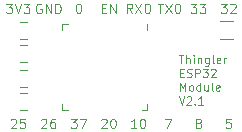
<source format=gbr>
G04 #@! TF.GenerationSoftware,KiCad,Pcbnew,(5.1.4-0-10_14)*
G04 #@! TF.CreationDate,2020-12-23T13:56:28+02:00*
G04 #@! TF.ProjectId,esp32-pico-module,65737033-322d-4706-9963-6f2d6d6f6475,rev?*
G04 #@! TF.SameCoordinates,Original*
G04 #@! TF.FileFunction,Legend,Top*
G04 #@! TF.FilePolarity,Positive*
%FSLAX46Y46*%
G04 Gerber Fmt 4.6, Leading zero omitted, Abs format (unit mm)*
G04 Created by KiCad (PCBNEW (5.1.4-0-10_14)) date 2020-12-23 13:56:28*
%MOMM*%
%LPD*%
G04 APERTURE LIST*
%ADD10C,0.120000*%
G04 APERTURE END LIST*
D10*
X127790476Y-112661904D02*
X127409523Y-112661904D01*
X127371428Y-113042857D01*
X127409523Y-113004761D01*
X127485714Y-112966666D01*
X127676190Y-112966666D01*
X127752380Y-113004761D01*
X127790476Y-113042857D01*
X127828571Y-113119047D01*
X127828571Y-113309523D01*
X127790476Y-113385714D01*
X127752380Y-113423809D01*
X127676190Y-113461904D01*
X127485714Y-113461904D01*
X127409523Y-113423809D01*
X127371428Y-113385714D01*
X123394666Y-107261666D02*
X123794666Y-107261666D01*
X123594666Y-107961666D02*
X123594666Y-107261666D01*
X124028000Y-107961666D02*
X124028000Y-107261666D01*
X124328000Y-107961666D02*
X124328000Y-107595000D01*
X124294666Y-107528333D01*
X124228000Y-107495000D01*
X124128000Y-107495000D01*
X124061333Y-107528333D01*
X124028000Y-107561666D01*
X124661333Y-107961666D02*
X124661333Y-107495000D01*
X124661333Y-107261666D02*
X124628000Y-107295000D01*
X124661333Y-107328333D01*
X124694666Y-107295000D01*
X124661333Y-107261666D01*
X124661333Y-107328333D01*
X124994666Y-107495000D02*
X124994666Y-107961666D01*
X124994666Y-107561666D02*
X125028000Y-107528333D01*
X125094666Y-107495000D01*
X125194666Y-107495000D01*
X125261333Y-107528333D01*
X125294666Y-107595000D01*
X125294666Y-107961666D01*
X125928000Y-107495000D02*
X125928000Y-108061666D01*
X125894666Y-108128333D01*
X125861333Y-108161666D01*
X125794666Y-108195000D01*
X125694666Y-108195000D01*
X125628000Y-108161666D01*
X125928000Y-107928333D02*
X125861333Y-107961666D01*
X125728000Y-107961666D01*
X125661333Y-107928333D01*
X125628000Y-107895000D01*
X125594666Y-107828333D01*
X125594666Y-107628333D01*
X125628000Y-107561666D01*
X125661333Y-107528333D01*
X125728000Y-107495000D01*
X125861333Y-107495000D01*
X125928000Y-107528333D01*
X126361333Y-107961666D02*
X126294666Y-107928333D01*
X126261333Y-107861666D01*
X126261333Y-107261666D01*
X126894666Y-107928333D02*
X126828000Y-107961666D01*
X126694666Y-107961666D01*
X126628000Y-107928333D01*
X126594666Y-107861666D01*
X126594666Y-107595000D01*
X126628000Y-107528333D01*
X126694666Y-107495000D01*
X126828000Y-107495000D01*
X126894666Y-107528333D01*
X126928000Y-107595000D01*
X126928000Y-107661666D01*
X126594666Y-107728333D01*
X127228000Y-107961666D02*
X127228000Y-107495000D01*
X127228000Y-107628333D02*
X127261333Y-107561666D01*
X127294666Y-107528333D01*
X127361333Y-107495000D01*
X127428000Y-107495000D01*
X123494666Y-108765000D02*
X123728000Y-108765000D01*
X123828000Y-109131666D02*
X123494666Y-109131666D01*
X123494666Y-108431666D01*
X123828000Y-108431666D01*
X124094666Y-109098333D02*
X124194666Y-109131666D01*
X124361333Y-109131666D01*
X124428000Y-109098333D01*
X124461333Y-109065000D01*
X124494666Y-108998333D01*
X124494666Y-108931666D01*
X124461333Y-108865000D01*
X124428000Y-108831666D01*
X124361333Y-108798333D01*
X124228000Y-108765000D01*
X124161333Y-108731666D01*
X124128000Y-108698333D01*
X124094666Y-108631666D01*
X124094666Y-108565000D01*
X124128000Y-108498333D01*
X124161333Y-108465000D01*
X124228000Y-108431666D01*
X124394666Y-108431666D01*
X124494666Y-108465000D01*
X124794666Y-109131666D02*
X124794666Y-108431666D01*
X125061333Y-108431666D01*
X125128000Y-108465000D01*
X125161333Y-108498333D01*
X125194666Y-108565000D01*
X125194666Y-108665000D01*
X125161333Y-108731666D01*
X125128000Y-108765000D01*
X125061333Y-108798333D01*
X124794666Y-108798333D01*
X125428000Y-108431666D02*
X125861333Y-108431666D01*
X125628000Y-108698333D01*
X125728000Y-108698333D01*
X125794666Y-108731666D01*
X125828000Y-108765000D01*
X125861333Y-108831666D01*
X125861333Y-108998333D01*
X125828000Y-109065000D01*
X125794666Y-109098333D01*
X125728000Y-109131666D01*
X125528000Y-109131666D01*
X125461333Y-109098333D01*
X125428000Y-109065000D01*
X126128000Y-108498333D02*
X126161333Y-108465000D01*
X126228000Y-108431666D01*
X126394666Y-108431666D01*
X126461333Y-108465000D01*
X126494666Y-108498333D01*
X126528000Y-108565000D01*
X126528000Y-108631666D01*
X126494666Y-108731666D01*
X126094666Y-109131666D01*
X126528000Y-109131666D01*
X123494666Y-110301666D02*
X123494666Y-109601666D01*
X123728000Y-110101666D01*
X123961333Y-109601666D01*
X123961333Y-110301666D01*
X124394666Y-110301666D02*
X124328000Y-110268333D01*
X124294666Y-110235000D01*
X124261333Y-110168333D01*
X124261333Y-109968333D01*
X124294666Y-109901666D01*
X124328000Y-109868333D01*
X124394666Y-109835000D01*
X124494666Y-109835000D01*
X124561333Y-109868333D01*
X124594666Y-109901666D01*
X124628000Y-109968333D01*
X124628000Y-110168333D01*
X124594666Y-110235000D01*
X124561333Y-110268333D01*
X124494666Y-110301666D01*
X124394666Y-110301666D01*
X125228000Y-110301666D02*
X125228000Y-109601666D01*
X125228000Y-110268333D02*
X125161333Y-110301666D01*
X125028000Y-110301666D01*
X124961333Y-110268333D01*
X124928000Y-110235000D01*
X124894666Y-110168333D01*
X124894666Y-109968333D01*
X124928000Y-109901666D01*
X124961333Y-109868333D01*
X125028000Y-109835000D01*
X125161333Y-109835000D01*
X125228000Y-109868333D01*
X125861333Y-109835000D02*
X125861333Y-110301666D01*
X125561333Y-109835000D02*
X125561333Y-110201666D01*
X125594666Y-110268333D01*
X125661333Y-110301666D01*
X125761333Y-110301666D01*
X125828000Y-110268333D01*
X125861333Y-110235000D01*
X126294666Y-110301666D02*
X126228000Y-110268333D01*
X126194666Y-110201666D01*
X126194666Y-109601666D01*
X126828000Y-110268333D02*
X126761333Y-110301666D01*
X126628000Y-110301666D01*
X126561333Y-110268333D01*
X126528000Y-110201666D01*
X126528000Y-109935000D01*
X126561333Y-109868333D01*
X126628000Y-109835000D01*
X126761333Y-109835000D01*
X126828000Y-109868333D01*
X126861333Y-109935000D01*
X126861333Y-110001666D01*
X126528000Y-110068333D01*
X123394666Y-110771666D02*
X123628000Y-111471666D01*
X123861333Y-110771666D01*
X124061333Y-110838333D02*
X124094666Y-110805000D01*
X124161333Y-110771666D01*
X124328000Y-110771666D01*
X124394666Y-110805000D01*
X124428000Y-110838333D01*
X124461333Y-110905000D01*
X124461333Y-110971666D01*
X124428000Y-111071666D01*
X124028000Y-111471666D01*
X124461333Y-111471666D01*
X124761333Y-111405000D02*
X124794666Y-111438333D01*
X124761333Y-111471666D01*
X124728000Y-111438333D01*
X124761333Y-111405000D01*
X124761333Y-111471666D01*
X125461333Y-111471666D02*
X125061333Y-111471666D01*
X125261333Y-111471666D02*
X125261333Y-110771666D01*
X125194666Y-110871666D01*
X125128000Y-110938333D01*
X125061333Y-110971666D01*
X124973809Y-113004761D02*
X124897619Y-112966666D01*
X124859523Y-112928571D01*
X124821428Y-112852380D01*
X124821428Y-112814285D01*
X124859523Y-112738095D01*
X124897619Y-112700000D01*
X124973809Y-112661904D01*
X125126190Y-112661904D01*
X125202380Y-112700000D01*
X125240476Y-112738095D01*
X125278571Y-112814285D01*
X125278571Y-112852380D01*
X125240476Y-112928571D01*
X125202380Y-112966666D01*
X125126190Y-113004761D01*
X124973809Y-113004761D01*
X124897619Y-113042857D01*
X124859523Y-113080952D01*
X124821428Y-113157142D01*
X124821428Y-113309523D01*
X124859523Y-113385714D01*
X124897619Y-113423809D01*
X124973809Y-113461904D01*
X125126190Y-113461904D01*
X125202380Y-113423809D01*
X125240476Y-113385714D01*
X125278571Y-113309523D01*
X125278571Y-113157142D01*
X125240476Y-113080952D01*
X125202380Y-113042857D01*
X125126190Y-113004761D01*
X126952380Y-102911904D02*
X127447619Y-102911904D01*
X127180952Y-103216666D01*
X127295238Y-103216666D01*
X127371428Y-103254761D01*
X127409523Y-103292857D01*
X127447619Y-103369047D01*
X127447619Y-103559523D01*
X127409523Y-103635714D01*
X127371428Y-103673809D01*
X127295238Y-103711904D01*
X127066666Y-103711904D01*
X126990476Y-103673809D01*
X126952380Y-103635714D01*
X127752380Y-102988095D02*
X127790476Y-102950000D01*
X127866666Y-102911904D01*
X128057142Y-102911904D01*
X128133333Y-102950000D01*
X128171428Y-102988095D01*
X128209523Y-103064285D01*
X128209523Y-103140476D01*
X128171428Y-103254761D01*
X127714285Y-103711904D01*
X128209523Y-103711904D01*
X124402380Y-102911904D02*
X124897619Y-102911904D01*
X124630952Y-103216666D01*
X124745238Y-103216666D01*
X124821428Y-103254761D01*
X124859523Y-103292857D01*
X124897619Y-103369047D01*
X124897619Y-103559523D01*
X124859523Y-103635714D01*
X124821428Y-103673809D01*
X124745238Y-103711904D01*
X124516666Y-103711904D01*
X124440476Y-103673809D01*
X124402380Y-103635714D01*
X125164285Y-102911904D02*
X125659523Y-102911904D01*
X125392857Y-103216666D01*
X125507142Y-103216666D01*
X125583333Y-103254761D01*
X125621428Y-103292857D01*
X125659523Y-103369047D01*
X125659523Y-103559523D01*
X125621428Y-103635714D01*
X125583333Y-103673809D01*
X125507142Y-103711904D01*
X125278571Y-103711904D01*
X125202380Y-103673809D01*
X125164285Y-103635714D01*
X121609523Y-102911904D02*
X122066666Y-102911904D01*
X121838095Y-103711904D02*
X121838095Y-102911904D01*
X122257142Y-102911904D02*
X122790476Y-103711904D01*
X122790476Y-102911904D02*
X122257142Y-103711904D01*
X123247619Y-102911904D02*
X123323809Y-102911904D01*
X123400000Y-102950000D01*
X123438095Y-102988095D01*
X123476190Y-103064285D01*
X123514285Y-103216666D01*
X123514285Y-103407142D01*
X123476190Y-103559523D01*
X123438095Y-103635714D01*
X123400000Y-103673809D01*
X123323809Y-103711904D01*
X123247619Y-103711904D01*
X123171428Y-103673809D01*
X123133333Y-103635714D01*
X123095238Y-103559523D01*
X123057142Y-103407142D01*
X123057142Y-103216666D01*
X123095238Y-103064285D01*
X123133333Y-102988095D01*
X123171428Y-102950000D01*
X123247619Y-102911904D01*
X119435714Y-103711904D02*
X119169047Y-103330952D01*
X118978571Y-103711904D02*
X118978571Y-102911904D01*
X119283333Y-102911904D01*
X119359523Y-102950000D01*
X119397619Y-102988095D01*
X119435714Y-103064285D01*
X119435714Y-103178571D01*
X119397619Y-103254761D01*
X119359523Y-103292857D01*
X119283333Y-103330952D01*
X118978571Y-103330952D01*
X119702380Y-102911904D02*
X120235714Y-103711904D01*
X120235714Y-102911904D02*
X119702380Y-103711904D01*
X120692857Y-102911904D02*
X120769047Y-102911904D01*
X120845238Y-102950000D01*
X120883333Y-102988095D01*
X120921428Y-103064285D01*
X120959523Y-103216666D01*
X120959523Y-103407142D01*
X120921428Y-103559523D01*
X120883333Y-103635714D01*
X120845238Y-103673809D01*
X120769047Y-103711904D01*
X120692857Y-103711904D01*
X120616666Y-103673809D01*
X120578571Y-103635714D01*
X120540476Y-103559523D01*
X120502380Y-103407142D01*
X120502380Y-103216666D01*
X120540476Y-103064285D01*
X120578571Y-102988095D01*
X120616666Y-102950000D01*
X120692857Y-102911904D01*
X116859523Y-103292857D02*
X117126190Y-103292857D01*
X117240476Y-103711904D02*
X116859523Y-103711904D01*
X116859523Y-102911904D01*
X117240476Y-102911904D01*
X117583333Y-103711904D02*
X117583333Y-102911904D01*
X118040476Y-103711904D01*
X118040476Y-102911904D01*
X114861904Y-102911904D02*
X114938095Y-102911904D01*
X115014285Y-102950000D01*
X115052380Y-102988095D01*
X115090476Y-103064285D01*
X115128571Y-103216666D01*
X115128571Y-103407142D01*
X115090476Y-103559523D01*
X115052380Y-103635714D01*
X115014285Y-103673809D01*
X114938095Y-103711904D01*
X114861904Y-103711904D01*
X114785714Y-103673809D01*
X114747619Y-103635714D01*
X114709523Y-103559523D01*
X114671428Y-103407142D01*
X114671428Y-103216666D01*
X114709523Y-103064285D01*
X114747619Y-102988095D01*
X114785714Y-102950000D01*
X114861904Y-102911904D01*
X111740476Y-102950000D02*
X111664285Y-102911904D01*
X111550000Y-102911904D01*
X111435714Y-102950000D01*
X111359523Y-103026190D01*
X111321428Y-103102380D01*
X111283333Y-103254761D01*
X111283333Y-103369047D01*
X111321428Y-103521428D01*
X111359523Y-103597619D01*
X111435714Y-103673809D01*
X111550000Y-103711904D01*
X111626190Y-103711904D01*
X111740476Y-103673809D01*
X111778571Y-103635714D01*
X111778571Y-103369047D01*
X111626190Y-103369047D01*
X112121428Y-103711904D02*
X112121428Y-102911904D01*
X112578571Y-103711904D01*
X112578571Y-102911904D01*
X112959523Y-103711904D02*
X112959523Y-102911904D01*
X113150000Y-102911904D01*
X113264285Y-102950000D01*
X113340476Y-103026190D01*
X113378571Y-103102380D01*
X113416666Y-103254761D01*
X113416666Y-103369047D01*
X113378571Y-103521428D01*
X113340476Y-103597619D01*
X113264285Y-103673809D01*
X113150000Y-103711904D01*
X112959523Y-103711904D01*
X108809523Y-102911904D02*
X109304761Y-102911904D01*
X109038095Y-103216666D01*
X109152380Y-103216666D01*
X109228571Y-103254761D01*
X109266666Y-103292857D01*
X109304761Y-103369047D01*
X109304761Y-103559523D01*
X109266666Y-103635714D01*
X109228571Y-103673809D01*
X109152380Y-103711904D01*
X108923809Y-103711904D01*
X108847619Y-103673809D01*
X108809523Y-103635714D01*
X109533333Y-102911904D02*
X109800000Y-103711904D01*
X110066666Y-102911904D01*
X110257142Y-102911904D02*
X110752380Y-102911904D01*
X110485714Y-103216666D01*
X110600000Y-103216666D01*
X110676190Y-103254761D01*
X110714285Y-103292857D01*
X110752380Y-103369047D01*
X110752380Y-103559523D01*
X110714285Y-103635714D01*
X110676190Y-103673809D01*
X110600000Y-103711904D01*
X110371428Y-103711904D01*
X110295238Y-103673809D01*
X110257142Y-103635714D01*
X122233333Y-112661904D02*
X122766666Y-112661904D01*
X122423809Y-113461904D01*
X119797619Y-113461904D02*
X119340476Y-113461904D01*
X119569047Y-113461904D02*
X119569047Y-112661904D01*
X119492857Y-112776190D01*
X119416666Y-112852380D01*
X119340476Y-112890476D01*
X120292857Y-112661904D02*
X120369047Y-112661904D01*
X120445238Y-112700000D01*
X120483333Y-112738095D01*
X120521428Y-112814285D01*
X120559523Y-112966666D01*
X120559523Y-113157142D01*
X120521428Y-113309523D01*
X120483333Y-113385714D01*
X120445238Y-113423809D01*
X120369047Y-113461904D01*
X120292857Y-113461904D01*
X120216666Y-113423809D01*
X120178571Y-113385714D01*
X120140476Y-113309523D01*
X120102380Y-113157142D01*
X120102380Y-112966666D01*
X120140476Y-112814285D01*
X120178571Y-112738095D01*
X120216666Y-112700000D01*
X120292857Y-112661904D01*
X116840476Y-112738095D02*
X116878571Y-112700000D01*
X116954761Y-112661904D01*
X117145238Y-112661904D01*
X117221428Y-112700000D01*
X117259523Y-112738095D01*
X117297619Y-112814285D01*
X117297619Y-112890476D01*
X117259523Y-113004761D01*
X116802380Y-113461904D01*
X117297619Y-113461904D01*
X117792857Y-112661904D02*
X117869047Y-112661904D01*
X117945238Y-112700000D01*
X117983333Y-112738095D01*
X118021428Y-112814285D01*
X118059523Y-112966666D01*
X118059523Y-113157142D01*
X118021428Y-113309523D01*
X117983333Y-113385714D01*
X117945238Y-113423809D01*
X117869047Y-113461904D01*
X117792857Y-113461904D01*
X117716666Y-113423809D01*
X117678571Y-113385714D01*
X117640476Y-113309523D01*
X117602380Y-113157142D01*
X117602380Y-112966666D01*
X117640476Y-112814285D01*
X117678571Y-112738095D01*
X117716666Y-112700000D01*
X117792857Y-112661904D01*
X114252380Y-112661904D02*
X114747619Y-112661904D01*
X114480952Y-112966666D01*
X114595238Y-112966666D01*
X114671428Y-113004761D01*
X114709523Y-113042857D01*
X114747619Y-113119047D01*
X114747619Y-113309523D01*
X114709523Y-113385714D01*
X114671428Y-113423809D01*
X114595238Y-113461904D01*
X114366666Y-113461904D01*
X114290476Y-113423809D01*
X114252380Y-113385714D01*
X115014285Y-112661904D02*
X115547619Y-112661904D01*
X115204761Y-113461904D01*
X111740476Y-112738095D02*
X111778571Y-112700000D01*
X111854761Y-112661904D01*
X112045238Y-112661904D01*
X112121428Y-112700000D01*
X112159523Y-112738095D01*
X112197619Y-112814285D01*
X112197619Y-112890476D01*
X112159523Y-113004761D01*
X111702380Y-113461904D01*
X112197619Y-113461904D01*
X112883333Y-112661904D02*
X112730952Y-112661904D01*
X112654761Y-112700000D01*
X112616666Y-112738095D01*
X112540476Y-112852380D01*
X112502380Y-113004761D01*
X112502380Y-113309523D01*
X112540476Y-113385714D01*
X112578571Y-113423809D01*
X112654761Y-113461904D01*
X112807142Y-113461904D01*
X112883333Y-113423809D01*
X112921428Y-113385714D01*
X112959523Y-113309523D01*
X112959523Y-113119047D01*
X112921428Y-113042857D01*
X112883333Y-113004761D01*
X112807142Y-112966666D01*
X112654761Y-112966666D01*
X112578571Y-113004761D01*
X112540476Y-113042857D01*
X112502380Y-113119047D01*
X109190476Y-112738095D02*
X109228571Y-112700000D01*
X109304761Y-112661904D01*
X109495238Y-112661904D01*
X109571428Y-112700000D01*
X109609523Y-112738095D01*
X109647619Y-112814285D01*
X109647619Y-112890476D01*
X109609523Y-113004761D01*
X109152380Y-113461904D01*
X109647619Y-113461904D01*
X110371428Y-112661904D02*
X109990476Y-112661904D01*
X109952380Y-113042857D01*
X109990476Y-113004761D01*
X110066666Y-112966666D01*
X110257142Y-112966666D01*
X110333333Y-113004761D01*
X110371428Y-113042857D01*
X110409523Y-113119047D01*
X110409523Y-113309523D01*
X110371428Y-113385714D01*
X110333333Y-113423809D01*
X110257142Y-113461904D01*
X110066666Y-113461904D01*
X109990476Y-113423809D01*
X109952380Y-113385714D01*
X120735000Y-105145000D02*
X120735000Y-104670000D01*
X113515000Y-111890000D02*
X113990000Y-111890000D01*
X113515000Y-111415000D02*
X113515000Y-111890000D01*
X113515000Y-104670000D02*
X113990000Y-104670000D01*
X113515000Y-105145000D02*
X113515000Y-104670000D01*
X120735000Y-111415000D02*
X120735000Y-111890000D01*
X120735000Y-111890000D02*
X120260000Y-111890000D01*
X109991422Y-111935000D02*
X110508578Y-111935000D01*
X109991422Y-110515000D02*
X110508578Y-110515000D01*
X109991422Y-108540000D02*
X110508578Y-108540000D01*
X109991422Y-109960000D02*
X110508578Y-109960000D01*
X109991422Y-104490000D02*
X110508578Y-104490000D01*
X109991422Y-105910000D02*
X110508578Y-105910000D01*
X109991422Y-106465000D02*
X110508578Y-106465000D01*
X109991422Y-107885000D02*
X110508578Y-107885000D01*
X126850000Y-104425000D02*
X127950000Y-104425000D01*
X127950000Y-105875000D02*
X126850000Y-105875000D01*
M02*

</source>
